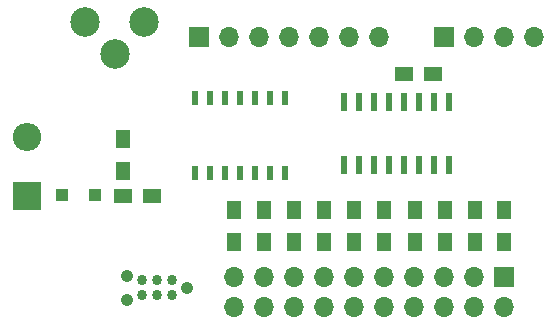
<source format=gbr>
G04 #@! TF.FileFunction,Soldermask,Top*
%FSLAX46Y46*%
G04 Gerber Fmt 4.6, Leading zero omitted, Abs format (unit mm)*
G04 Created by KiCad (PCBNEW 4.0.7) date 01/22/18 19:47:42*
%MOMM*%
%LPD*%
G01*
G04 APERTURE LIST*
%ADD10C,0.100000*%
%ADD11R,2.400000X2.400000*%
%ADD12O,2.400000X2.400000*%
%ADD13R,1.700000X1.700000*%
%ADD14O,1.700000X1.700000*%
%ADD15R,1.300000X1.500000*%
%ADD16R,1.500000X1.250000*%
%ADD17R,1.100000X1.100000*%
%ADD18C,0.863600*%
%ADD19C,1.066800*%
%ADD20C,2.500000*%
%ADD21R,0.600000X1.500000*%
%ADD22R,0.508000X1.143000*%
G04 APERTURE END LIST*
D10*
D11*
X128950000Y-66850000D03*
D12*
X128950000Y-61850000D03*
D13*
X143450000Y-53350000D03*
D14*
X145990000Y-53350000D03*
X148530000Y-53350000D03*
X151070000Y-53350000D03*
X153610000Y-53350000D03*
X156150000Y-53350000D03*
X158690000Y-53350000D03*
D15*
X154070000Y-68050000D03*
X154070000Y-70750000D03*
X159170000Y-68050000D03*
X159170000Y-70750000D03*
D16*
X137000000Y-66850000D03*
X139500000Y-66850000D03*
X160802000Y-56489600D03*
X163302000Y-56489600D03*
D17*
X134650000Y-66750000D03*
X131850000Y-66750000D03*
D18*
X138670000Y-75219000D03*
X138670000Y-73949000D03*
X139940000Y-73949000D03*
X139940000Y-75219000D03*
X141210000Y-75219000D03*
D19*
X142480000Y-74584000D03*
X137400000Y-73568000D03*
X137400000Y-75600000D03*
D18*
X141210000Y-73949000D03*
D20*
X136350000Y-54800000D03*
X138850000Y-52100000D03*
X133850000Y-52100000D03*
D13*
X164250000Y-53350000D03*
D14*
X166790000Y-53350000D03*
X169330000Y-53350000D03*
X171870000Y-53350000D03*
D13*
X169320000Y-73710000D03*
D14*
X169320000Y-76250000D03*
X166780000Y-73710000D03*
X166780000Y-76250000D03*
X164240000Y-73710000D03*
X164240000Y-76250000D03*
X161700000Y-73710000D03*
X161700000Y-76250000D03*
X159160000Y-73710000D03*
X159160000Y-76250000D03*
X156620000Y-73710000D03*
X156620000Y-76250000D03*
X154080000Y-73710000D03*
X154080000Y-76250000D03*
X151540000Y-73710000D03*
X151540000Y-76250000D03*
X149000000Y-73710000D03*
X149000000Y-76250000D03*
X146460000Y-73710000D03*
X146460000Y-76250000D03*
D15*
X137000000Y-62050000D03*
X137000000Y-64750000D03*
X169320000Y-68040000D03*
X169320000Y-70740000D03*
X166800000Y-68030000D03*
X166800000Y-70730000D03*
X164280000Y-68030000D03*
X164280000Y-70730000D03*
X161720000Y-68050000D03*
X161720000Y-70750000D03*
X156620000Y-68050000D03*
X156620000Y-70750000D03*
X151550000Y-68040000D03*
X151550000Y-70740000D03*
X149000000Y-68040000D03*
X149000000Y-70740000D03*
X146450000Y-68050000D03*
X146450000Y-70750000D03*
D21*
X155735000Y-64240000D03*
X157005000Y-64240000D03*
X158275000Y-64240000D03*
X159545000Y-64240000D03*
X160815000Y-64240000D03*
X162085000Y-64240000D03*
X163355000Y-64240000D03*
X164625000Y-64240000D03*
X164625000Y-58840000D03*
X163355000Y-58840000D03*
X162085000Y-58840000D03*
X160815000Y-58840000D03*
X159545000Y-58840000D03*
X158275000Y-58840000D03*
X157005000Y-58840000D03*
X155735000Y-58840000D03*
D22*
X143129000Y-64871600D03*
X144399000Y-64871600D03*
X145669000Y-64871600D03*
X146939000Y-64871600D03*
X148209000Y-64871600D03*
X149479000Y-64871600D03*
X150749000Y-64871600D03*
X150749000Y-58521600D03*
X149479000Y-58521600D03*
X146939000Y-58521600D03*
X145669000Y-58521600D03*
X144399000Y-58521600D03*
X143129000Y-58521600D03*
X148209000Y-58521600D03*
M02*

</source>
